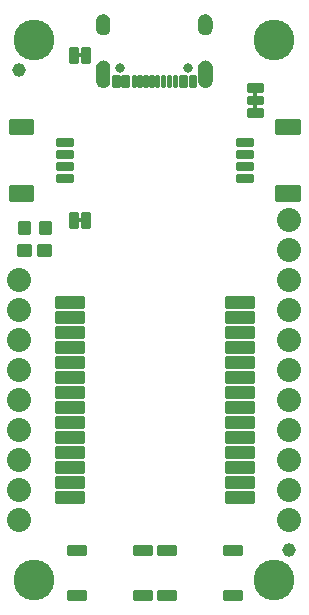
<source format=gts>
G04 EAGLE Gerber RS-274X export*
G75*
%MOMM*%
%FSLAX34Y34*%
%LPD*%
%INSoldermask Top*%
%IPPOS*%
%AMOC8*
5,1,8,0,0,1.08239X$1,22.5*%
G01*
%ADD10C,0.253344*%
%ADD11C,0.255816*%
%ADD12C,0.802400*%
%ADD13C,0.251966*%
%ADD14C,0.243431*%
%ADD15C,0.449434*%
%ADD16C,2.032000*%
%ADD17C,0.246888*%
%ADD18C,0.253525*%
%ADD19C,1.152400*%
%ADD20C,3.454400*%
%ADD21C,0.253550*%

G36*
X84934Y442168D02*
X84934Y442168D01*
X84939Y442173D01*
X84943Y442169D01*
X86040Y442456D01*
X86044Y442462D01*
X86049Y442459D01*
X87068Y442954D01*
X87071Y442960D01*
X87076Y442959D01*
X87979Y443643D01*
X87981Y443650D01*
X87986Y443650D01*
X88739Y444497D01*
X88739Y444504D01*
X88744Y444505D01*
X89317Y445482D01*
X89316Y445485D01*
X89317Y445486D01*
X89316Y445487D01*
X89316Y445489D01*
X89321Y445491D01*
X89692Y446562D01*
X89690Y446567D01*
X89693Y446569D01*
X89692Y446570D01*
X89694Y446571D01*
X89849Y447693D01*
X89846Y447698D01*
X89849Y447700D01*
X89849Y459700D01*
X89846Y459705D01*
X89849Y459708D01*
X89644Y460975D01*
X89638Y460981D01*
X89641Y460986D01*
X89159Y462175D01*
X89152Y462179D01*
X89154Y462185D01*
X88420Y463238D01*
X88412Y463240D01*
X88413Y463246D01*
X87463Y464109D01*
X87454Y464110D01*
X87454Y464115D01*
X86335Y464745D01*
X86327Y464744D01*
X86325Y464750D01*
X85095Y465115D01*
X85087Y465112D01*
X85084Y465117D01*
X83803Y465199D01*
X83797Y465199D01*
X82516Y465117D01*
X82510Y465111D01*
X82505Y465115D01*
X81275Y464750D01*
X81270Y464743D01*
X81265Y464745D01*
X80146Y464115D01*
X80143Y464108D01*
X80137Y464109D01*
X79187Y463246D01*
X79186Y463238D01*
X79180Y463238D01*
X78446Y462185D01*
X78446Y462177D01*
X78441Y462175D01*
X77959Y460986D01*
X77961Y460980D01*
X77957Y460977D01*
X77958Y460976D01*
X77956Y460975D01*
X77751Y459708D01*
X77754Y459703D01*
X77751Y459700D01*
X77751Y447700D01*
X77754Y447696D01*
X77751Y447693D01*
X77906Y446571D01*
X77911Y446566D01*
X77908Y446562D01*
X78279Y445491D01*
X78285Y445487D01*
X78283Y445482D01*
X78856Y444505D01*
X78862Y444502D01*
X78861Y444497D01*
X79614Y443650D01*
X79621Y443648D01*
X79621Y443643D01*
X80524Y442959D01*
X80531Y442959D01*
X80532Y442954D01*
X81551Y442459D01*
X81558Y442461D01*
X81560Y442456D01*
X82657Y442169D01*
X82663Y442172D01*
X82666Y442168D01*
X83797Y442101D01*
X83801Y442103D01*
X83803Y442101D01*
X84934Y442168D01*
G37*
G36*
X171334Y442168D02*
X171334Y442168D01*
X171339Y442173D01*
X171343Y442169D01*
X172440Y442456D01*
X172444Y442462D01*
X172449Y442459D01*
X173468Y442954D01*
X173471Y442960D01*
X173476Y442959D01*
X174379Y443643D01*
X174381Y443650D01*
X174386Y443650D01*
X175139Y444497D01*
X175139Y444504D01*
X175144Y444505D01*
X175717Y445482D01*
X175716Y445485D01*
X175717Y445486D01*
X175716Y445487D01*
X175716Y445489D01*
X175721Y445491D01*
X176092Y446562D01*
X176090Y446567D01*
X176093Y446569D01*
X176092Y446570D01*
X176094Y446571D01*
X176249Y447693D01*
X176246Y447698D01*
X176249Y447700D01*
X176249Y459700D01*
X176246Y459705D01*
X176249Y459708D01*
X176044Y460975D01*
X176038Y460981D01*
X176041Y460986D01*
X175559Y462175D01*
X175552Y462179D01*
X175554Y462185D01*
X174820Y463238D01*
X174812Y463240D01*
X174813Y463246D01*
X173863Y464109D01*
X173854Y464110D01*
X173854Y464115D01*
X172735Y464745D01*
X172727Y464744D01*
X172725Y464750D01*
X171495Y465115D01*
X171487Y465112D01*
X171484Y465117D01*
X170203Y465199D01*
X170197Y465199D01*
X168916Y465117D01*
X168910Y465111D01*
X168905Y465115D01*
X167675Y464750D01*
X167670Y464743D01*
X167665Y464745D01*
X166546Y464115D01*
X166543Y464108D01*
X166537Y464109D01*
X165587Y463246D01*
X165586Y463238D01*
X165580Y463238D01*
X164846Y462185D01*
X164846Y462177D01*
X164841Y462175D01*
X164359Y460986D01*
X164361Y460980D01*
X164357Y460977D01*
X164358Y460976D01*
X164356Y460975D01*
X164151Y459708D01*
X164154Y459703D01*
X164151Y459700D01*
X164151Y447700D01*
X164154Y447696D01*
X164151Y447693D01*
X164306Y446571D01*
X164311Y446566D01*
X164308Y446562D01*
X164679Y445491D01*
X164685Y445487D01*
X164683Y445482D01*
X165256Y444505D01*
X165262Y444502D01*
X165261Y444497D01*
X166014Y443650D01*
X166021Y443648D01*
X166021Y443643D01*
X166924Y442959D01*
X166931Y442959D01*
X166932Y442954D01*
X167951Y442459D01*
X167958Y442461D01*
X167960Y442456D01*
X169057Y442169D01*
X169063Y442172D01*
X169066Y442168D01*
X170197Y442101D01*
X170201Y442103D01*
X170203Y442101D01*
X171334Y442168D01*
G37*
G36*
X170202Y486405D02*
X170202Y486405D01*
X170206Y486401D01*
X171546Y486558D01*
X171552Y486563D01*
X171557Y486560D01*
X172828Y487011D01*
X172833Y487018D01*
X172838Y487016D01*
X173977Y487738D01*
X173980Y487746D01*
X173986Y487745D01*
X174936Y488703D01*
X174937Y488711D01*
X174943Y488712D01*
X175656Y489857D01*
X175655Y489866D01*
X175661Y489867D01*
X176101Y491143D01*
X176099Y491150D01*
X176103Y491153D01*
X176249Y492495D01*
X176247Y492498D01*
X176249Y492500D01*
X176249Y498500D01*
X176247Y498504D01*
X176249Y498506D01*
X176094Y499835D01*
X176088Y499841D01*
X176091Y499845D01*
X175644Y501106D01*
X175637Y501111D01*
X175639Y501116D01*
X174922Y502246D01*
X174915Y502249D01*
X174916Y502255D01*
X173966Y503197D01*
X173957Y503198D01*
X173957Y503204D01*
X172821Y503911D01*
X172813Y503910D01*
X172811Y503916D01*
X171546Y504352D01*
X171538Y504350D01*
X171536Y504355D01*
X170205Y504499D01*
X170199Y504495D01*
X170195Y504499D01*
X169029Y504389D01*
X169024Y504384D01*
X169020Y504387D01*
X167897Y504052D01*
X167893Y504046D01*
X167889Y504048D01*
X166853Y503500D01*
X166850Y503494D01*
X166845Y503495D01*
X165937Y502756D01*
X165935Y502749D01*
X165930Y502749D01*
X165183Y501847D01*
X165183Y501840D01*
X165178Y501839D01*
X164621Y500808D01*
X164622Y500801D01*
X164617Y500799D01*
X164273Y499680D01*
X164275Y499673D01*
X164271Y499670D01*
X164151Y498505D01*
X164153Y498502D01*
X164151Y498500D01*
X164151Y492500D01*
X164153Y492497D01*
X164151Y492495D01*
X164262Y491319D01*
X164267Y491314D01*
X164264Y491310D01*
X164602Y490178D01*
X164608Y490174D01*
X164606Y490169D01*
X165158Y489125D01*
X165165Y489122D01*
X165163Y489117D01*
X165909Y488201D01*
X165916Y488200D01*
X165916Y488194D01*
X166826Y487441D01*
X166833Y487441D01*
X166834Y487436D01*
X167873Y486875D01*
X167880Y486876D01*
X167882Y486871D01*
X169011Y486524D01*
X169017Y486526D01*
X169020Y486522D01*
X170195Y486401D01*
X170202Y486405D01*
G37*
G36*
X83802Y486405D02*
X83802Y486405D01*
X83806Y486401D01*
X85146Y486558D01*
X85152Y486563D01*
X85157Y486560D01*
X86428Y487011D01*
X86433Y487018D01*
X86438Y487016D01*
X87577Y487738D01*
X87580Y487746D01*
X87586Y487745D01*
X88536Y488703D01*
X88537Y488711D01*
X88543Y488712D01*
X89256Y489857D01*
X89255Y489866D01*
X89261Y489867D01*
X89701Y491143D01*
X89699Y491150D01*
X89703Y491153D01*
X89849Y492495D01*
X89847Y492498D01*
X89849Y492500D01*
X89849Y498500D01*
X89847Y498504D01*
X89849Y498506D01*
X89694Y499835D01*
X89688Y499841D01*
X89691Y499845D01*
X89244Y501106D01*
X89237Y501111D01*
X89239Y501116D01*
X88522Y502246D01*
X88515Y502249D01*
X88516Y502255D01*
X87566Y503197D01*
X87557Y503198D01*
X87557Y503204D01*
X86421Y503911D01*
X86413Y503910D01*
X86411Y503916D01*
X85146Y504352D01*
X85138Y504350D01*
X85136Y504355D01*
X83805Y504499D01*
X83799Y504495D01*
X83795Y504499D01*
X82629Y504389D01*
X82624Y504384D01*
X82620Y504387D01*
X81497Y504052D01*
X81493Y504046D01*
X81489Y504048D01*
X80453Y503500D01*
X80450Y503494D01*
X80445Y503495D01*
X79537Y502756D01*
X79535Y502749D01*
X79530Y502749D01*
X78783Y501847D01*
X78783Y501840D01*
X78778Y501839D01*
X78221Y500808D01*
X78222Y500801D01*
X78217Y500799D01*
X77873Y499680D01*
X77875Y499673D01*
X77871Y499670D01*
X77751Y498505D01*
X77753Y498502D01*
X77751Y498500D01*
X77751Y492500D01*
X77753Y492497D01*
X77751Y492495D01*
X77862Y491319D01*
X77867Y491314D01*
X77864Y491310D01*
X78202Y490178D01*
X78208Y490174D01*
X78206Y490169D01*
X78758Y489125D01*
X78765Y489122D01*
X78763Y489117D01*
X79509Y488201D01*
X79516Y488200D01*
X79516Y488194D01*
X80426Y487441D01*
X80433Y487441D01*
X80434Y487436D01*
X81473Y486875D01*
X81480Y486876D01*
X81482Y486871D01*
X82611Y486524D01*
X82617Y486526D01*
X82620Y486522D01*
X83795Y486401D01*
X83802Y486405D01*
G37*
G36*
X213425Y434352D02*
X213425Y434352D01*
X213491Y434354D01*
X213534Y434372D01*
X213581Y434380D01*
X213638Y434414D01*
X213698Y434439D01*
X213733Y434470D01*
X213774Y434495D01*
X213816Y434546D01*
X213864Y434590D01*
X213886Y434632D01*
X213915Y434669D01*
X213936Y434731D01*
X213967Y434790D01*
X213975Y434844D01*
X213987Y434881D01*
X213986Y434921D01*
X213994Y434975D01*
X213994Y438785D01*
X213983Y438850D01*
X213981Y438916D01*
X213963Y438959D01*
X213955Y439006D01*
X213921Y439063D01*
X213896Y439123D01*
X213865Y439158D01*
X213840Y439199D01*
X213789Y439241D01*
X213745Y439289D01*
X213703Y439311D01*
X213666Y439340D01*
X213604Y439361D01*
X213545Y439392D01*
X213491Y439400D01*
X213454Y439412D01*
X213414Y439411D01*
X213360Y439419D01*
X210820Y439419D01*
X210755Y439408D01*
X210689Y439406D01*
X210646Y439388D01*
X210599Y439380D01*
X210542Y439346D01*
X210482Y439321D01*
X210447Y439290D01*
X210406Y439265D01*
X210365Y439214D01*
X210316Y439170D01*
X210294Y439128D01*
X210265Y439091D01*
X210244Y439029D01*
X210213Y438970D01*
X210205Y438916D01*
X210193Y438879D01*
X210193Y438875D01*
X210193Y438874D01*
X210194Y438839D01*
X210186Y438785D01*
X210186Y434975D01*
X210197Y434910D01*
X210199Y434844D01*
X210217Y434801D01*
X210225Y434754D01*
X210259Y434697D01*
X210284Y434637D01*
X210315Y434602D01*
X210340Y434561D01*
X210391Y434520D01*
X210435Y434471D01*
X210477Y434449D01*
X210514Y434420D01*
X210576Y434399D01*
X210635Y434368D01*
X210689Y434360D01*
X210726Y434348D01*
X210766Y434349D01*
X210820Y434341D01*
X213360Y434341D01*
X213425Y434352D01*
G37*
G36*
X213425Y424192D02*
X213425Y424192D01*
X213491Y424194D01*
X213534Y424212D01*
X213581Y424220D01*
X213638Y424254D01*
X213698Y424279D01*
X213733Y424310D01*
X213774Y424335D01*
X213816Y424386D01*
X213864Y424430D01*
X213886Y424472D01*
X213915Y424509D01*
X213936Y424571D01*
X213967Y424630D01*
X213975Y424684D01*
X213987Y424721D01*
X213986Y424761D01*
X213994Y424815D01*
X213994Y428625D01*
X213983Y428690D01*
X213981Y428756D01*
X213963Y428799D01*
X213955Y428846D01*
X213921Y428903D01*
X213896Y428963D01*
X213865Y428998D01*
X213840Y429039D01*
X213789Y429081D01*
X213745Y429129D01*
X213703Y429151D01*
X213666Y429180D01*
X213604Y429201D01*
X213545Y429232D01*
X213491Y429240D01*
X213454Y429252D01*
X213414Y429251D01*
X213360Y429259D01*
X210820Y429259D01*
X210755Y429248D01*
X210689Y429246D01*
X210646Y429228D01*
X210599Y429220D01*
X210542Y429186D01*
X210482Y429161D01*
X210447Y429130D01*
X210406Y429105D01*
X210365Y429054D01*
X210316Y429010D01*
X210294Y428968D01*
X210265Y428931D01*
X210244Y428869D01*
X210213Y428810D01*
X210205Y428756D01*
X210193Y428719D01*
X210193Y428715D01*
X210193Y428714D01*
X210194Y428679D01*
X210186Y428625D01*
X210186Y424815D01*
X210197Y424750D01*
X210199Y424684D01*
X210217Y424641D01*
X210225Y424594D01*
X210259Y424537D01*
X210284Y424477D01*
X210315Y424442D01*
X210340Y424401D01*
X210391Y424360D01*
X210435Y424311D01*
X210477Y424289D01*
X210514Y424260D01*
X210576Y424239D01*
X210635Y424208D01*
X210689Y424200D01*
X210726Y424188D01*
X210766Y424189D01*
X210820Y424181D01*
X213360Y424181D01*
X213425Y424192D01*
G37*
G36*
X65470Y468007D02*
X65470Y468007D01*
X65536Y468009D01*
X65579Y468027D01*
X65626Y468035D01*
X65683Y468069D01*
X65743Y468094D01*
X65778Y468125D01*
X65819Y468150D01*
X65861Y468201D01*
X65909Y468245D01*
X65931Y468287D01*
X65960Y468324D01*
X65981Y468386D01*
X66012Y468445D01*
X66020Y468499D01*
X66032Y468536D01*
X66031Y468576D01*
X66039Y468630D01*
X66039Y471170D01*
X66028Y471235D01*
X66026Y471301D01*
X66008Y471344D01*
X66000Y471391D01*
X65966Y471448D01*
X65941Y471508D01*
X65910Y471543D01*
X65885Y471584D01*
X65834Y471626D01*
X65790Y471674D01*
X65748Y471696D01*
X65711Y471725D01*
X65649Y471746D01*
X65590Y471777D01*
X65536Y471785D01*
X65499Y471797D01*
X65459Y471796D01*
X65405Y471804D01*
X61595Y471804D01*
X61530Y471793D01*
X61464Y471791D01*
X61421Y471773D01*
X61374Y471765D01*
X61317Y471731D01*
X61257Y471706D01*
X61222Y471675D01*
X61181Y471650D01*
X61140Y471599D01*
X61091Y471555D01*
X61069Y471513D01*
X61040Y471476D01*
X61019Y471414D01*
X60988Y471355D01*
X60980Y471301D01*
X60968Y471264D01*
X60968Y471261D01*
X60969Y471224D01*
X60961Y471170D01*
X60961Y468630D01*
X60972Y468565D01*
X60974Y468499D01*
X60992Y468456D01*
X61000Y468409D01*
X61034Y468352D01*
X61059Y468292D01*
X61090Y468257D01*
X61115Y468216D01*
X61166Y468175D01*
X61210Y468126D01*
X61252Y468104D01*
X61289Y468075D01*
X61351Y468054D01*
X61410Y468023D01*
X61464Y468015D01*
X61501Y468003D01*
X61541Y468004D01*
X61595Y467996D01*
X65405Y467996D01*
X65470Y468007D01*
G37*
G36*
X65470Y328307D02*
X65470Y328307D01*
X65536Y328309D01*
X65579Y328327D01*
X65626Y328335D01*
X65683Y328369D01*
X65743Y328394D01*
X65778Y328425D01*
X65819Y328450D01*
X65861Y328501D01*
X65909Y328545D01*
X65931Y328587D01*
X65960Y328624D01*
X65981Y328686D01*
X66012Y328745D01*
X66020Y328799D01*
X66032Y328836D01*
X66031Y328876D01*
X66039Y328930D01*
X66039Y331470D01*
X66028Y331535D01*
X66026Y331601D01*
X66008Y331644D01*
X66000Y331691D01*
X65966Y331748D01*
X65941Y331808D01*
X65910Y331843D01*
X65885Y331884D01*
X65834Y331926D01*
X65790Y331974D01*
X65748Y331996D01*
X65711Y332025D01*
X65649Y332046D01*
X65590Y332077D01*
X65536Y332085D01*
X65499Y332097D01*
X65459Y332096D01*
X65405Y332104D01*
X61595Y332104D01*
X61530Y332093D01*
X61464Y332091D01*
X61421Y332073D01*
X61374Y332065D01*
X61317Y332031D01*
X61257Y332006D01*
X61222Y331975D01*
X61181Y331950D01*
X61140Y331899D01*
X61091Y331855D01*
X61069Y331813D01*
X61040Y331776D01*
X61019Y331714D01*
X60988Y331655D01*
X60980Y331601D01*
X60968Y331564D01*
X60968Y331561D01*
X60969Y331524D01*
X60961Y331470D01*
X60961Y328930D01*
X60972Y328865D01*
X60974Y328799D01*
X60992Y328756D01*
X61000Y328709D01*
X61034Y328652D01*
X61059Y328592D01*
X61090Y328557D01*
X61115Y328516D01*
X61166Y328475D01*
X61210Y328426D01*
X61252Y328404D01*
X61289Y328375D01*
X61351Y328354D01*
X61410Y328323D01*
X61464Y328315D01*
X61501Y328303D01*
X61541Y328304D01*
X61595Y328296D01*
X65405Y328296D01*
X65470Y328307D01*
G37*
D10*
X118504Y452396D02*
X120496Y452396D01*
X120496Y443404D01*
X118504Y443404D01*
X118504Y452396D01*
X118504Y445810D02*
X120496Y445810D01*
X120496Y448216D02*
X118504Y448216D01*
X118504Y450622D02*
X120496Y450622D01*
X123504Y452396D02*
X125496Y452396D01*
X125496Y443404D01*
X123504Y443404D01*
X123504Y452396D01*
X123504Y445810D02*
X125496Y445810D01*
X125496Y448216D02*
X123504Y448216D01*
X123504Y450622D02*
X125496Y450622D01*
D11*
X97233Y452383D02*
X92267Y452383D01*
X97233Y452383D02*
X97233Y443417D01*
X92267Y443417D01*
X92267Y452383D01*
X92267Y445847D02*
X97233Y445847D01*
X97233Y448277D02*
X92267Y448277D01*
X92267Y450707D02*
X97233Y450707D01*
X100017Y452383D02*
X104983Y452383D01*
X104983Y443417D01*
X100017Y443417D01*
X100017Y452383D01*
X100017Y445847D02*
X104983Y445847D01*
X104983Y448277D02*
X100017Y448277D01*
X100017Y450707D02*
X104983Y450707D01*
D10*
X108504Y452396D02*
X110496Y452396D01*
X110496Y443404D01*
X108504Y443404D01*
X108504Y452396D01*
X108504Y445810D02*
X110496Y445810D01*
X110496Y448216D02*
X108504Y448216D01*
X108504Y450622D02*
X110496Y450622D01*
X113504Y452396D02*
X115496Y452396D01*
X115496Y443404D01*
X113504Y443404D01*
X113504Y452396D01*
X113504Y445810D02*
X115496Y445810D01*
X115496Y448216D02*
X113504Y448216D01*
X113504Y450622D02*
X115496Y450622D01*
X133504Y443404D02*
X135496Y443404D01*
X133504Y443404D02*
X133504Y452396D01*
X135496Y452396D01*
X135496Y443404D01*
X135496Y445810D02*
X133504Y445810D01*
X133504Y448216D02*
X135496Y448216D01*
X135496Y450622D02*
X133504Y450622D01*
X130496Y443404D02*
X128504Y443404D01*
X128504Y452396D01*
X130496Y452396D01*
X130496Y443404D01*
X130496Y445810D02*
X128504Y445810D01*
X128504Y448216D02*
X130496Y448216D01*
X130496Y450622D02*
X128504Y450622D01*
D11*
X156767Y443417D02*
X161733Y443417D01*
X156767Y443417D02*
X156767Y452383D01*
X161733Y452383D01*
X161733Y443417D01*
X161733Y445847D02*
X156767Y445847D01*
X156767Y448277D02*
X161733Y448277D01*
X161733Y450707D02*
X156767Y450707D01*
X153983Y443417D02*
X149017Y443417D01*
X149017Y452383D01*
X153983Y452383D01*
X153983Y443417D01*
X153983Y445847D02*
X149017Y445847D01*
X149017Y448277D02*
X153983Y448277D01*
X153983Y450707D02*
X149017Y450707D01*
D10*
X145496Y443404D02*
X143504Y443404D01*
X143504Y452396D01*
X145496Y452396D01*
X145496Y443404D01*
X145496Y445810D02*
X143504Y445810D01*
X143504Y448216D02*
X145496Y448216D01*
X145496Y450622D02*
X143504Y450622D01*
X140496Y443404D02*
X138504Y443404D01*
X138504Y452396D01*
X140496Y452396D01*
X140496Y443404D01*
X140496Y445810D02*
X138504Y445810D01*
X138504Y448216D02*
X140496Y448216D01*
X140496Y450622D02*
X138504Y450622D01*
D12*
X155900Y458950D03*
X98100Y458950D03*
D13*
X61097Y464048D02*
X55489Y464048D01*
X55489Y475752D01*
X61097Y475752D01*
X61097Y464048D01*
X61097Y466442D02*
X55489Y466442D01*
X55489Y468836D02*
X61097Y468836D01*
X61097Y471230D02*
X55489Y471230D01*
X55489Y473624D02*
X61097Y473624D01*
X65903Y464048D02*
X71511Y464048D01*
X65903Y464048D02*
X65903Y475752D01*
X71511Y475752D01*
X71511Y464048D01*
X71511Y466442D02*
X65903Y466442D01*
X65903Y468836D02*
X71511Y468836D01*
X71511Y471230D02*
X65903Y471230D01*
X65903Y473624D02*
X71511Y473624D01*
D14*
X4505Y414545D02*
X4505Y403455D01*
X4505Y414545D02*
X23595Y414545D01*
X23595Y403455D01*
X4505Y403455D01*
X4505Y405767D02*
X23595Y405767D01*
X23595Y408079D02*
X4505Y408079D01*
X4505Y410391D02*
X23595Y410391D01*
X23595Y412703D02*
X4505Y412703D01*
X4505Y358545D02*
X4505Y347455D01*
X4505Y358545D02*
X23595Y358545D01*
X23595Y347455D01*
X4505Y347455D01*
X4505Y349767D02*
X23595Y349767D01*
X23595Y352079D02*
X4505Y352079D01*
X4505Y354391D02*
X23595Y354391D01*
X23595Y356703D02*
X4505Y356703D01*
D11*
X44567Y393517D02*
X44567Y398483D01*
X57033Y398483D01*
X57033Y393517D01*
X44567Y393517D01*
X44567Y395947D02*
X57033Y395947D01*
X57033Y398377D02*
X44567Y398377D01*
X44567Y388483D02*
X44567Y383517D01*
X44567Y388483D02*
X57033Y388483D01*
X57033Y383517D01*
X44567Y383517D01*
X44567Y385947D02*
X57033Y385947D01*
X57033Y388377D02*
X44567Y388377D01*
X44567Y378483D02*
X44567Y373517D01*
X44567Y378483D02*
X57033Y378483D01*
X57033Y373517D01*
X44567Y373517D01*
X44567Y375947D02*
X57033Y375947D01*
X57033Y378377D02*
X44567Y378377D01*
X44567Y368483D02*
X44567Y363517D01*
X44567Y368483D02*
X57033Y368483D01*
X57033Y363517D01*
X44567Y363517D01*
X44567Y365947D02*
X57033Y365947D01*
X57033Y368377D02*
X44567Y368377D01*
D15*
X20145Y327365D02*
X20145Y320335D01*
X13115Y320335D01*
X13115Y327365D01*
X20145Y327365D01*
X20145Y324604D02*
X13115Y324604D01*
X37685Y327365D02*
X37685Y320335D01*
X30655Y320335D01*
X30655Y327365D01*
X37685Y327365D01*
X37685Y324604D02*
X30655Y324604D01*
D13*
X217942Y418582D02*
X217942Y424190D01*
X217942Y418582D02*
X206238Y418582D01*
X206238Y424190D01*
X217942Y424190D01*
X217942Y420976D02*
X206238Y420976D01*
X206238Y423370D02*
X217942Y423370D01*
X217942Y428996D02*
X217942Y434604D01*
X217942Y428996D02*
X206238Y428996D01*
X206238Y434604D01*
X217942Y434604D01*
X217942Y431390D02*
X206238Y431390D01*
X206238Y433784D02*
X217942Y433784D01*
X217942Y439410D02*
X217942Y445018D01*
X217942Y439410D02*
X206238Y439410D01*
X206238Y445018D01*
X217942Y445018D01*
X217942Y441804D02*
X206238Y441804D01*
X206238Y444198D02*
X217942Y444198D01*
X61097Y324348D02*
X55489Y324348D01*
X55489Y336052D01*
X61097Y336052D01*
X61097Y324348D01*
X61097Y326742D02*
X55489Y326742D01*
X55489Y329136D02*
X61097Y329136D01*
X61097Y331530D02*
X55489Y331530D01*
X55489Y333924D02*
X61097Y333924D01*
X65903Y324348D02*
X71511Y324348D01*
X65903Y324348D02*
X65903Y336052D01*
X71511Y336052D01*
X71511Y324348D01*
X71511Y326742D02*
X65903Y326742D01*
X65903Y329136D02*
X71511Y329136D01*
X71511Y331530D02*
X65903Y331530D01*
X65903Y333924D02*
X71511Y333924D01*
D14*
X249495Y347455D02*
X249495Y358545D01*
X249495Y347455D02*
X230405Y347455D01*
X230405Y358545D01*
X249495Y358545D01*
X249495Y349767D02*
X230405Y349767D01*
X230405Y352079D02*
X249495Y352079D01*
X249495Y354391D02*
X230405Y354391D01*
X230405Y356703D02*
X249495Y356703D01*
X249495Y403455D02*
X249495Y414545D01*
X249495Y403455D02*
X230405Y403455D01*
X230405Y414545D01*
X249495Y414545D01*
X249495Y405767D02*
X230405Y405767D01*
X230405Y408079D02*
X249495Y408079D01*
X249495Y410391D02*
X230405Y410391D01*
X230405Y412703D02*
X249495Y412703D01*
D11*
X209433Y368483D02*
X209433Y363517D01*
X196967Y363517D01*
X196967Y368483D01*
X209433Y368483D01*
X209433Y365947D02*
X196967Y365947D01*
X196967Y368377D02*
X209433Y368377D01*
X209433Y373517D02*
X209433Y378483D01*
X209433Y373517D02*
X196967Y373517D01*
X196967Y378483D01*
X209433Y378483D01*
X209433Y375947D02*
X196967Y375947D01*
X196967Y378377D02*
X209433Y378377D01*
X209433Y383517D02*
X209433Y388483D01*
X209433Y383517D02*
X196967Y383517D01*
X196967Y388483D01*
X209433Y388483D01*
X209433Y385947D02*
X196967Y385947D01*
X196967Y388377D02*
X209433Y388377D01*
X209433Y393517D02*
X209433Y398483D01*
X209433Y393517D02*
X196967Y393517D01*
X196967Y398483D01*
X209433Y398483D01*
X209433Y395947D02*
X196967Y395947D01*
X196967Y398377D02*
X209433Y398377D01*
D16*
X241300Y228600D03*
X241300Y254000D03*
X12700Y127000D03*
X12700Y101600D03*
D17*
X68108Y54138D02*
X68108Y47462D01*
X53812Y47462D01*
X53812Y54138D01*
X68108Y54138D01*
X68108Y49808D02*
X53812Y49808D01*
X53812Y52154D02*
X68108Y52154D01*
X123988Y54138D02*
X123988Y47462D01*
X109692Y47462D01*
X109692Y54138D01*
X123988Y54138D01*
X123988Y49808D02*
X109692Y49808D01*
X109692Y52154D02*
X123988Y52154D01*
X68108Y16038D02*
X68108Y9362D01*
X53812Y9362D01*
X53812Y16038D01*
X68108Y16038D01*
X68108Y11708D02*
X53812Y11708D01*
X53812Y14054D02*
X68108Y14054D01*
X123988Y16038D02*
X123988Y9362D01*
X109692Y9362D01*
X109692Y16038D01*
X123988Y16038D01*
X123988Y11708D02*
X109692Y11708D01*
X109692Y14054D02*
X123988Y14054D01*
X144308Y47462D02*
X144308Y54138D01*
X144308Y47462D02*
X130012Y47462D01*
X130012Y54138D01*
X144308Y54138D01*
X144308Y49808D02*
X130012Y49808D01*
X130012Y52154D02*
X144308Y52154D01*
X200188Y54138D02*
X200188Y47462D01*
X185892Y47462D01*
X185892Y54138D01*
X200188Y54138D01*
X200188Y49808D02*
X185892Y49808D01*
X185892Y52154D02*
X200188Y52154D01*
X144308Y16038D02*
X144308Y9362D01*
X130012Y9362D01*
X130012Y16038D01*
X144308Y16038D01*
X144308Y11708D02*
X130012Y11708D01*
X130012Y14054D02*
X144308Y14054D01*
X200188Y16038D02*
X200188Y9362D01*
X185892Y9362D01*
X185892Y16038D01*
X200188Y16038D01*
X200188Y11708D02*
X185892Y11708D01*
X185892Y14054D02*
X200188Y14054D01*
D16*
X12700Y76200D03*
D18*
X28905Y309295D02*
X38895Y309295D01*
X38895Y300305D01*
X28905Y300305D01*
X28905Y309295D01*
X28905Y302713D02*
X38895Y302713D01*
X38895Y305121D02*
X28905Y305121D01*
X28905Y307529D02*
X38895Y307529D01*
X21895Y309295D02*
X11905Y309295D01*
X21895Y309295D02*
X21895Y300305D01*
X11905Y300305D01*
X11905Y309295D01*
X11905Y302713D02*
X21895Y302713D01*
X21895Y305121D02*
X11905Y305121D01*
X11905Y307529D02*
X21895Y307529D01*
D16*
X12700Y152400D03*
X12700Y177800D03*
X12700Y203200D03*
X12700Y228600D03*
X12700Y254000D03*
D19*
X12700Y457200D03*
X241300Y50800D03*
D20*
X25400Y25400D03*
X228600Y25400D03*
X25400Y482600D03*
X228600Y482600D03*
D16*
X241300Y177800D03*
X241300Y152400D03*
X241300Y127000D03*
X241300Y101600D03*
D21*
X66390Y256106D02*
X43402Y256106D01*
X43402Y264594D01*
X66390Y264594D01*
X66390Y256106D01*
X66390Y258515D02*
X43402Y258515D01*
X43402Y260924D02*
X66390Y260924D01*
X66390Y263333D02*
X43402Y263333D01*
X43402Y243406D02*
X66390Y243406D01*
X43402Y243406D02*
X43402Y251894D01*
X66390Y251894D01*
X66390Y243406D01*
X66390Y245815D02*
X43402Y245815D01*
X43402Y248224D02*
X66390Y248224D01*
X66390Y250633D02*
X43402Y250633D01*
X43402Y230706D02*
X66390Y230706D01*
X43402Y230706D02*
X43402Y239194D01*
X66390Y239194D01*
X66390Y230706D01*
X66390Y233115D02*
X43402Y233115D01*
X43402Y235524D02*
X66390Y235524D01*
X66390Y237933D02*
X43402Y237933D01*
X43402Y218006D02*
X66390Y218006D01*
X43402Y218006D02*
X43402Y226494D01*
X66390Y226494D01*
X66390Y218006D01*
X66390Y220415D02*
X43402Y220415D01*
X43402Y222824D02*
X66390Y222824D01*
X66390Y225233D02*
X43402Y225233D01*
X43402Y205306D02*
X66390Y205306D01*
X43402Y205306D02*
X43402Y213794D01*
X66390Y213794D01*
X66390Y205306D01*
X66390Y207715D02*
X43402Y207715D01*
X43402Y210124D02*
X66390Y210124D01*
X66390Y212533D02*
X43402Y212533D01*
X43402Y192606D02*
X66390Y192606D01*
X43402Y192606D02*
X43402Y201094D01*
X66390Y201094D01*
X66390Y192606D01*
X66390Y195015D02*
X43402Y195015D01*
X43402Y197424D02*
X66390Y197424D01*
X66390Y199833D02*
X43402Y199833D01*
X43402Y179906D02*
X66390Y179906D01*
X43402Y179906D02*
X43402Y188394D01*
X66390Y188394D01*
X66390Y179906D01*
X66390Y182315D02*
X43402Y182315D01*
X43402Y184724D02*
X66390Y184724D01*
X66390Y187133D02*
X43402Y187133D01*
X43402Y167206D02*
X66390Y167206D01*
X43402Y167206D02*
X43402Y175694D01*
X66390Y175694D01*
X66390Y167206D01*
X66390Y169615D02*
X43402Y169615D01*
X43402Y172024D02*
X66390Y172024D01*
X66390Y174433D02*
X43402Y174433D01*
X43402Y154506D02*
X66390Y154506D01*
X43402Y154506D02*
X43402Y162994D01*
X66390Y162994D01*
X66390Y154506D01*
X66390Y156915D02*
X43402Y156915D01*
X43402Y159324D02*
X66390Y159324D01*
X66390Y161733D02*
X43402Y161733D01*
X43402Y141806D02*
X66390Y141806D01*
X43402Y141806D02*
X43402Y150294D01*
X66390Y150294D01*
X66390Y141806D01*
X66390Y144215D02*
X43402Y144215D01*
X43402Y146624D02*
X66390Y146624D01*
X66390Y149033D02*
X43402Y149033D01*
X43402Y129106D02*
X66390Y129106D01*
X43402Y129106D02*
X43402Y137594D01*
X66390Y137594D01*
X66390Y129106D01*
X66390Y131515D02*
X43402Y131515D01*
X43402Y133924D02*
X66390Y133924D01*
X66390Y136333D02*
X43402Y136333D01*
X43402Y116406D02*
X66390Y116406D01*
X43402Y116406D02*
X43402Y124894D01*
X66390Y124894D01*
X66390Y116406D01*
X66390Y118815D02*
X43402Y118815D01*
X43402Y121224D02*
X66390Y121224D01*
X66390Y123633D02*
X43402Y123633D01*
X43402Y103706D02*
X66390Y103706D01*
X43402Y103706D02*
X43402Y112194D01*
X66390Y112194D01*
X66390Y103706D01*
X66390Y106115D02*
X43402Y106115D01*
X43402Y108524D02*
X66390Y108524D01*
X66390Y110933D02*
X43402Y110933D01*
X43402Y91006D02*
X66390Y91006D01*
X43402Y91006D02*
X43402Y99494D01*
X66390Y99494D01*
X66390Y91006D01*
X66390Y93415D02*
X43402Y93415D01*
X43402Y95824D02*
X66390Y95824D01*
X66390Y98233D02*
X43402Y98233D01*
X187610Y91006D02*
X210598Y91006D01*
X187610Y91006D02*
X187610Y99494D01*
X210598Y99494D01*
X210598Y91006D01*
X210598Y93415D02*
X187610Y93415D01*
X187610Y95824D02*
X210598Y95824D01*
X210598Y98233D02*
X187610Y98233D01*
X187610Y103706D02*
X210598Y103706D01*
X187610Y103706D02*
X187610Y112194D01*
X210598Y112194D01*
X210598Y103706D01*
X210598Y106115D02*
X187610Y106115D01*
X187610Y108524D02*
X210598Y108524D01*
X210598Y110933D02*
X187610Y110933D01*
X187610Y116406D02*
X210598Y116406D01*
X187610Y116406D02*
X187610Y124894D01*
X210598Y124894D01*
X210598Y116406D01*
X210598Y118815D02*
X187610Y118815D01*
X187610Y121224D02*
X210598Y121224D01*
X210598Y123633D02*
X187610Y123633D01*
X187610Y129106D02*
X210598Y129106D01*
X187610Y129106D02*
X187610Y137594D01*
X210598Y137594D01*
X210598Y129106D01*
X210598Y131515D02*
X187610Y131515D01*
X187610Y133924D02*
X210598Y133924D01*
X210598Y136333D02*
X187610Y136333D01*
X187610Y141806D02*
X210598Y141806D01*
X187610Y141806D02*
X187610Y150294D01*
X210598Y150294D01*
X210598Y141806D01*
X210598Y144215D02*
X187610Y144215D01*
X187610Y146624D02*
X210598Y146624D01*
X210598Y149033D02*
X187610Y149033D01*
X187610Y154506D02*
X210598Y154506D01*
X187610Y154506D02*
X187610Y162994D01*
X210598Y162994D01*
X210598Y154506D01*
X210598Y156915D02*
X187610Y156915D01*
X187610Y159324D02*
X210598Y159324D01*
X210598Y161733D02*
X187610Y161733D01*
X187610Y167206D02*
X210598Y167206D01*
X187610Y167206D02*
X187610Y175694D01*
X210598Y175694D01*
X210598Y167206D01*
X210598Y169615D02*
X187610Y169615D01*
X187610Y172024D02*
X210598Y172024D01*
X210598Y174433D02*
X187610Y174433D01*
X187610Y179906D02*
X210598Y179906D01*
X187610Y179906D02*
X187610Y188394D01*
X210598Y188394D01*
X210598Y179906D01*
X210598Y182315D02*
X187610Y182315D01*
X187610Y184724D02*
X210598Y184724D01*
X210598Y187133D02*
X187610Y187133D01*
X187610Y192606D02*
X210598Y192606D01*
X187610Y192606D02*
X187610Y201094D01*
X210598Y201094D01*
X210598Y192606D01*
X210598Y195015D02*
X187610Y195015D01*
X187610Y197424D02*
X210598Y197424D01*
X210598Y199833D02*
X187610Y199833D01*
X187610Y205306D02*
X210598Y205306D01*
X187610Y205306D02*
X187610Y213794D01*
X210598Y213794D01*
X210598Y205306D01*
X210598Y207715D02*
X187610Y207715D01*
X187610Y210124D02*
X210598Y210124D01*
X210598Y212533D02*
X187610Y212533D01*
X187610Y218006D02*
X210598Y218006D01*
X187610Y218006D02*
X187610Y226494D01*
X210598Y226494D01*
X210598Y218006D01*
X210598Y220415D02*
X187610Y220415D01*
X187610Y222824D02*
X210598Y222824D01*
X210598Y225233D02*
X187610Y225233D01*
X187610Y230706D02*
X210598Y230706D01*
X187610Y230706D02*
X187610Y239194D01*
X210598Y239194D01*
X210598Y230706D01*
X210598Y233115D02*
X187610Y233115D01*
X187610Y235524D02*
X210598Y235524D01*
X210598Y237933D02*
X187610Y237933D01*
X187610Y243406D02*
X210598Y243406D01*
X187610Y243406D02*
X187610Y251894D01*
X210598Y251894D01*
X210598Y243406D01*
X210598Y245815D02*
X187610Y245815D01*
X187610Y248224D02*
X210598Y248224D01*
X210598Y250633D02*
X187610Y250633D01*
X187610Y256106D02*
X210598Y256106D01*
X187610Y256106D02*
X187610Y264594D01*
X210598Y264594D01*
X210598Y256106D01*
X210598Y258515D02*
X187610Y258515D01*
X187610Y260924D02*
X210598Y260924D01*
X210598Y263333D02*
X187610Y263333D01*
D16*
X12700Y279400D03*
X241300Y279400D03*
X241300Y304800D03*
X241300Y330200D03*
X241300Y203200D03*
X241300Y76200D03*
M02*

</source>
